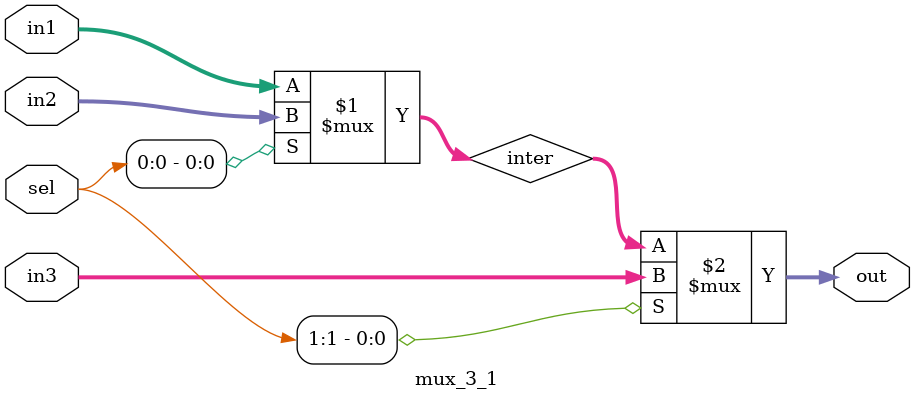
<source format=v>
module mux_3_1(out, sel, in1, in2, in3);

input [1:0] sel;
input [15:0] in1, in2, in3;
output [15:0] out;
wire [15:0] inter;

assign inter = (sel[0]) ? in2 : in1;

assign out = (sel[1]) ? in3 : inter;

endmodule

</source>
